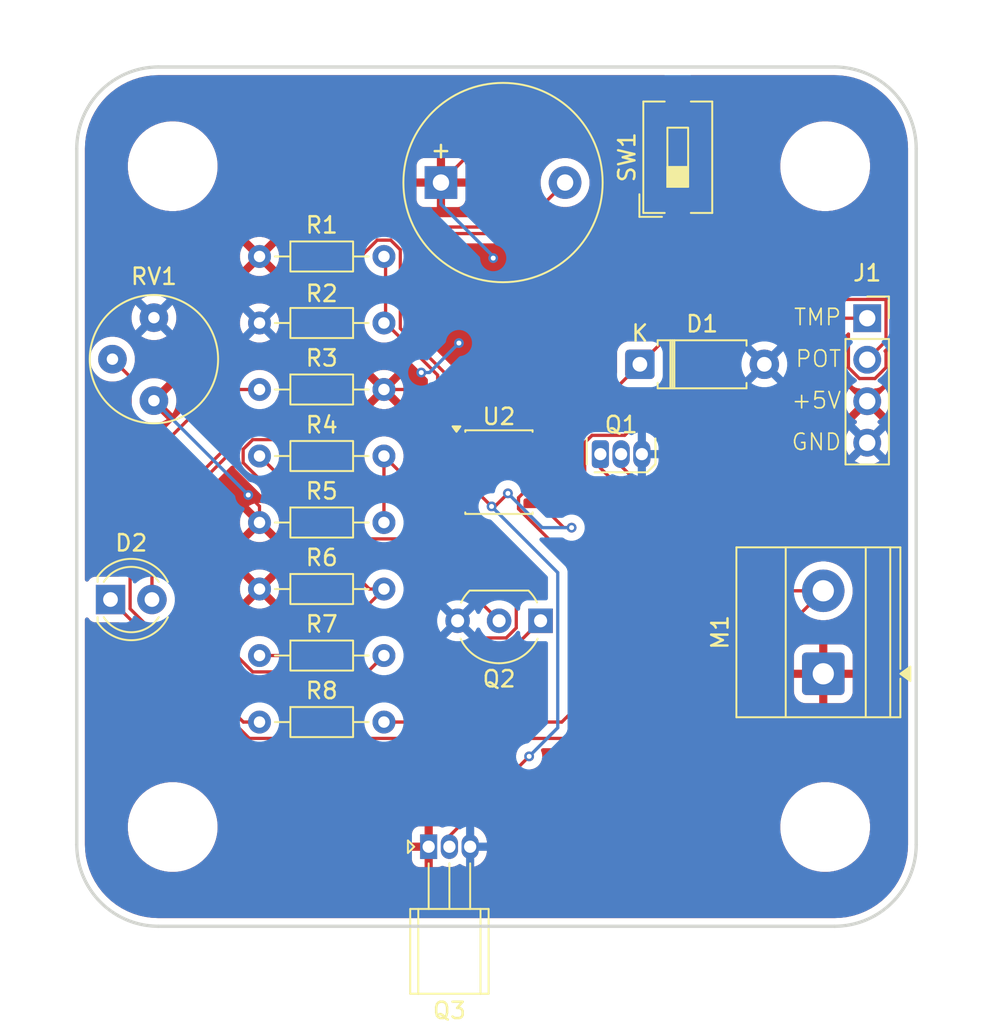
<source format=kicad_pcb>
(kicad_pcb (version 20241229) (generator "pcbnew") (generator_version "9.0")
  (layers (0 "F.Cu" signal) (2 "B.Cu" signal) (13 "F.Paste" user) (15 "B.Paste" user) (5 "F.SilkS" user "F.Silkscreen") (7 "B.SilkS" user "B.Silkscreen") (1 "F.Mask" user) (3 "B.Mask" user) (25 "Edge.Cuts" user))
  (net 0 "")
  (net 1 "1out")
  (net 2 "Net-(Q2-B)")
  (net 3 "+5V")
  (net 4 "GND")
  (net 5 "tmp36_out")
  (net 6 "Net-(Q1-G)")
  (net 7 "2out")
  (net 8 "pot_out")
  (net 9 "Net-(D2-K)")
  (net 10 "Net-(D2-A)")
  (net 12 "vdr")
  (net 13 "Net-(R8-Pad1)")
  (net 14 "Net-(BZ1--)")
  (footprint "MountingHole:MountingHole_5mm" (layer "F.Cu") (at 170.225 70.275)
    (property "Reference" "H4" (hide yes))
    (property "Value" "MountingHole" (hide yes))
    (pad "" np_thru_hole circle (at 0 0) (size 5 5) (drill 5) (layers "*.Cu" "*.Mask"))
  )
  (footprint "Connector_PinSocket_2.54mm:PinSocket_1x04_P2.54mm_Vertical" (layer "F.Cu") (at 172.8 79.58)
    (property "Reference" "J1" (at 0 -2.77 0) (layer "F.SilkS"))
    (property "Value" "Conn_01x04_Pin" (hide yes))
    (fp_line (start -1.33 1.27) (end -1.33 8.95) (stroke (width 0.12)) (layer "F.SilkS"))
    (fp_line (start -1.33 1.27) (end 1.33 1.27) (stroke (width 0.12)) (layer "F.SilkS"))
    (fp_line (start -1.33 8.95) (end 1.33 8.95) (stroke (width 0.12)) (layer "F.SilkS"))
    (fp_line (start 0 -1.33) (end 1.33 -1.33) (stroke (width 0.12)) (layer "F.SilkS"))
    (fp_line (start 1.33 -1.33) (end 1.33 0) (stroke (width 0.12)) (layer "F.SilkS"))
    (fp_line (start 1.33 1.27) (end 1.33 8.95) (stroke (width 0.12)) (layer "F.SilkS"))
    (pad "1" thru_hole rect (at 0 0) (size 1.7 1.7) (drill 1) (layers "*.Cu" "*.Mask") (net 5 "tmp36_out"))
    (pad "2" thru_hole circle (at 0 2.54) (size 1.7 1.7) (drill 1) (layers "*.Cu" "*.Mask") (net 8 "pot_out"))
    (pad "3" thru_hole circle (at 0 5.08) (size 1.7 1.7) (drill 1) (layers "*.Cu" "*.Mask") (net 3 "+5V"))
    (pad "4" thru_hole circle (at 0 7.62) (size 1.7 1.7) (drill 1) (layers "*.Cu" "*.Mask") (net 4 "GND"))
  )
  (footprint "Resistor_THT:R_Axial_DIN0204_L3.6mm_D1.6mm_P7.62mm_Horizontal" (layer "F.Cu") (at 135.59 104.3)
    (property "Reference" "R8" (at 3.81 -1.92 0) (layer "F.SilkS"))
    (property "Value" "R_US" (hide yes))
    (fp_line (start 0.94 0) (end 1.89 0) (stroke (width 0.12)) (layer "F.SilkS"))
    (fp_line (start 6.68 0) (end 5.73 0) (stroke (width 0.12)) (layer "F.SilkS"))
    (fp_rect (start 1.89 -0.92) (end 5.73 0.92) (stroke (width 0.12)) (fill no) (layer "F.SilkS"))
    (pad "1" thru_hole circle (at 0 0) (size 1.4 1.4) (drill 0.7) (layers "*.Cu" "*.Mask") (net 13 "Net-(R8-Pad1)"))
    (pad "2" thru_hole circle (at 7.62 0) (size 1.4 1.4) (drill 0.7) (layers "*.Cu" "*.Mask") (net 8 "pot_out"))
  )
  (footprint "TerminalBlock_Phoenix:TerminalBlock_Phoenix_MKDS-1,5-2-5.08_1x02_P5.08mm_Horizontal" (layer "F.Cu") (at 170.11 101.345 90)
    (property "Reference" "M1" (at 2.54 -6.32 90) (layer "F.SilkS"))
    (property "Value" "Motor_DC" (hide yes))
    (fp_line (start 7.74 -5.32) (end 7.74 4.72) (stroke (width 0.12)) (layer "F.SilkS"))
    (fp_line (start -2.66 -5.32) (end 7.74 -5.32) (stroke (width 0.12)) (layer "F.SilkS"))
    (fp_line (start -2.66 -2.3) (end 7.74 -2.3) (stroke (width 0.12)) (layer "F.SilkS"))
    (fp_line (start -2.66 2.6) (end 7.74 2.6) (stroke (width 0.12)) (layer "F.SilkS"))
    (fp_line (start -2.66 4.1) (end 7.74 4.1) (stroke (width 0.12)) (layer "F.SilkS"))
    (fp_line (start 7.74 4.72) (end 0.3 4.72) (stroke (width 0.12)) (layer "F.SilkS"))
    (fp_line (start -0.3 4.72) (end -2.66 4.72) (stroke (width 0.12)) (layer "F.SilkS"))
    (fp_line (start -2.66 4.72) (end -2.66 -5.32) (stroke (width 0.12)) (layer "F.SilkS"))
    (fp_poly (pts (xy 0 4.72) (xy 0.44 5.33) (xy -0.44 5.33)) (stroke (width 0.12)) (fill yes) (layer "F.SilkS"))
    (pad "1" thru_hole roundrect (at 0 0 90) (size 2.6 2.6) (drill 1.3) (layers "*.Cu" "*.Mask") (roundrect_rratio 0.096154) (net 3 "+5V"))
    (pad "2" thru_hole circle (at 5.08 0 90) (size 2.6 2.6) (drill 1.3) (layers "*.Cu" "*.Mask") (net 9 "Net-(D2-K)"))
  )
  (footprint "MountingHole:MountingHole_5mm" (layer "F.Cu") (at 130.275 110.725)
    (property "Reference" "H3" (hide yes))
    (property "Value" "MountingHole" (hide yes))
    (pad "" np_thru_hole circle (at 0 0) (size 5 5) (drill 5) (layers "*.Cu" "*.Mask"))
  )
  (footprint "Button_Switch_SMD:SW_DIP_SPSTx01_Slide_6.7x4.1mm_W6.73mm_P2.54mm_LowProfile_JPin" (layer "F.Cu") (at 161.2 69.725 90)
    (property "Reference" "SW1" (at 0 -3.11 90) (layer "F.SilkS"))
    (property "Value" "SW_SPDT")
    (fp_line (start -3.65 -2.35) (end -2.267 -2.35) (stroke (width 0.12)) (layer "F.SilkS"))
    (fp_line (start -3.65 -2.35) (end -3.65 -0.967) (stroke (width 0.12)) (layer "F.SilkS"))
    (fp_line (start 3.41 -2.11) (end 3.41 -0.8) (stroke (width 0.12)) (layer "F.SilkS"))
    (fp_line (start -3.41 -2.11) (end 3.41 -2.11) (stroke (width 0.12)) (layer "F.SilkS"))
    (fp_line (start -3.41 -2.11) (end -3.41 -0.8) (stroke (width 0.12)) (layer "F.SilkS"))
    (fp_line (start -0.603333 -0.635) (end -0.603333 0.635) (stroke (width 0.12)) (layer "F.SilkS"))
    (fp_line (start 3.41 0.8) (end 3.41 2.11) (stroke (width 0.12)) (layer "F.SilkS"))
    (fp_line (start -3.41 0.8) (end -3.41 2.11) (stroke (width 0.12)) (layer "F.SilkS"))
    (fp_line (start -3.41 2.11) (end 3.41 2.11) (stroke (width 0.12)) (layer "F.SilkS"))
    (fp_rect (start -1.81 -0.635) (end 1.81 0.635) (stroke (width 0.12)) (fill no) (layer "F.SilkS"))
    (fp_rect (start -1.81 -0.635) (end -0.603333 0.635) (stroke (width 0.12)) (fill yes) (layer "F.SilkS"))
    (pad "1" smd roundrect (at -3.365 0 90) (size 2.16 1.12) (layers "F.Cu" "F.Mask" "F.Paste") (roundrect_rratio 0.223214))
    (pad "2" smd roundrect (at 3.365 0 90) (size 2.16 1.12) (layers "F.Cu" "F.Mask" "F.Paste") (roundrect_rratio 0.223214) (net 3 "+5V"))
  )
  (footprint "MountingHole:MountingHole_5mm" (layer "F.Cu") (at 170.225 110.725)
    (property "Reference" "H2" (hide yes))
    (property "Value" "MountingHole" (hide yes))
    (pad "" np_thru_hole circle (at 0 0) (size 5 5) (drill 5) (layers "*.Cu" "*.Mask"))
  )
  (footprint "Diode_THT:D_A-405_P7.62mm_Horizontal" (layer "F.Cu") (at 158.88 82.4)
    (property "Reference" "D1" (at 3.81 -2.47 0) (layer "F.SilkS"))
    (property "Value" "D_Zener")
    (fp_line (start 1.09 -1.47) (end 6.53 -1.47) (stroke (width 0.12)) (layer "F.SilkS"))
    (fp_line (start 1.09 -1.14) (end 1.09 -1.47) (stroke (width 0.12)) (layer "F.SilkS"))
    (fp_line (start 1.09 1.14) (end 1.09 1.47) (stroke (width 0.12)) (layer "F.SilkS"))
    (fp_line (start 1.09 1.47) (end 6.53 1.47) (stroke (width 0.12)) (layer "F.SilkS"))
    (fp_line (start 1.87 -1.47) (end 1.87 1.47) (stroke (width 0.12)) (layer "F.SilkS"))
    (fp_line (start 1.99 -1.47) (end 1.99 1.47) (stroke (width 0.12)) (layer "F.SilkS"))
    (fp_line (start 2.11 -1.47) (end 2.11 1.47) (stroke (width 0.12)) (layer "F.SilkS"))
    (fp_line (start 6.53 -1.47) (end 6.53 -1.14) (stroke (width 0.12)) (layer "F.SilkS"))
    (fp_line (start 6.53 1.47) (end 6.53 1.14) (stroke (width 0.12)) (layer "F.SilkS"))
    (fp_text user "K" (at 0 -1.9 0) (layer "F.SilkS"))
    (pad "1" thru_hole roundrect (at 0 0) (size 1.8 1.8) (drill 0.9) (layers "*.Cu" "*.Mask") (roundrect_rratio 0.138889) (net 8 "pot_out"))
    (pad "2" thru_hole circle (at 7.62 0) (size 1.8 1.8) (drill 0.9) (layers "*.Cu" "*.Mask") (net 4 "GND"))
  )
  (footprint "Resistor_THT:R_Axial_DIN0204_L3.6mm_D1.6mm_P7.62mm_Horizontal" (layer "F.Cu") (at 135.59 100.228571)
    (property "Reference" "R7" (at 3.81 -1.92 0) (layer "F.SilkS"))
    (property "Value" "10k" (hide yes))
    (fp_line (start 0.94 0) (end 1.89 0) (stroke (width 0.12)) (layer "F.SilkS"))
    (fp_line (start 6.68 0) (end 5.73 0) (stroke (width 0.12)) (layer "F.SilkS"))
    (fp_rect (start 1.89 -0.92) (end 5.73 0.92) (stroke (width 0.12)) (fill no) (layer "F.SilkS"))
    (pad "1" thru_hole circle (at 0 0) (size 1.4 1.4) (drill 0.7) (layers "*.Cu" "*.Mask") (net 7 "2out"))
    (pad "2" thru_hole circle (at 7.62 0) (size 1.4 1.4) (drill 0.7) (layers "*.Cu" "*.Mask") (net 6 "Net-(Q1-G)"))
  )
  (footprint "Resistor_THT:R_Axial_DIN0204_L3.6mm_D1.6mm_P7.62mm_Horizontal" (layer "F.Cu") (at 135.59 75.8)
    (property "Reference" "R1" (at 3.81 -1.92 0) (layer "F.SilkS"))
    (property "Value" "R_US" (hide yes))
    (fp_line (start 0.94 0) (end 1.89 0) (stroke (width 0.12)) (layer "F.SilkS"))
    (fp_line (start 6.68 0) (end 5.73 0) (stroke (width 0.12)) (layer "F.SilkS"))
    (fp_rect (start 1.89 -0.92) (end 5.73 0.92) (stroke (width 0.12)) (fill no) (layer "F.SilkS"))
    (pad "1" thru_hole circle (at 0 0) (size 1.4 1.4) (drill 0.7) (layers "*.Cu" "*.Mask") (net 3 "+5V"))
    (pad "2" thru_hole circle (at 7.62 0) (size 1.4 1.4) (drill 0.7) (layers "*.Cu" "*.Mask") (net 12 "vdr"))
  )
  (footprint "MountingHole:MountingHole_5mm" (layer "F.Cu") (at 130.275 70.275)
    (property "Reference" "H1" (hide yes))
    (property "Value" "MountingHole" (hide yes))
    (pad "" np_thru_hole circle (at 0 0) (size 5 5) (drill 5) (layers "*.Cu" "*.Mask"))
  )
  (footprint "Resistor_THT:R_Axial_DIN0204_L3.6mm_D1.6mm_P7.62mm_Horizontal" (layer "F.Cu") (at 143.21 88.014286 180)
    (property "Reference" "R4" (at 3.81 1.9 0) (layer "F.SilkS"))
    (property "Value" "1k" (hide yes))
    (fp_line (start 6.68 0) (end 5.73 0) (stroke (width 0.12)) (layer "F.SilkS"))
    (fp_line (start 0.94 0) (end 1.89 0) (stroke (width 0.12)) (layer "F.SilkS"))
    (fp_rect (start 1.89 -0.92) (end 5.73 0.92) (stroke (width 0.12)) (fill no) (layer "F.SilkS"))
    (pad "1" thru_hole circle (at 0 0 180) (size 1.4 1.4) (drill 0.7) (layers "*.Cu" "*.Mask") (net 1 "1out"))
    (pad "2" thru_hole circle (at 7.62 0 180) (size 1.4 1.4) (drill 0.7) (layers "*.Cu" "*.Mask") (net 2 "Net-(Q2-B)"))
  )
  (footprint "LED_THT:LED_D4.0mm" (layer "F.Cu") (at 126.465 96.8)
    (property "Reference" "D2" (at 1.27 -3.46 0) (layer "F.SilkS"))
    (property "Value" "LED")
    (fp_line (start -0.79 -1.399) (end -0.79 -1.08) (stroke (width 0.12)) (layer "F.SilkS"))
    (fp_line (start -0.79 1.08) (end -0.79 1.399) (stroke (width 0.12)) (layer "F.SilkS"))
    (fp_arc (start -0.79 -1.398749) (mid 1.45392 -2.483198) (end 3.513591 -1.08) (stroke (width 0.12)) (layer "F.SilkS"))
    (fp_arc (start -0.41333 -1.08) (mid 1.27 -2) (end 2.95333 -1.08) (stroke (width 0.12)) (layer "F.SilkS"))
    (fp_arc (start 2.95333 1.08) (mid 1.27 2) (end -0.41333 1.08) (stroke (width 0.12)) (layer "F.SilkS"))
    (fp_arc (start 3.513591 1.08) (mid 1.45392 2.483198) (end -0.79 1.398749) (stroke (width 0.12)) (layer "F.SilkS"))
    (pad "1" thru_hole rect (at 0 0) (size 1.8 1.8) (drill 0.9) (layers "*.Cu" "*.Mask") (net 9 "Net-(D2-K)"))
    (pad "2" thru_hole circle (at 2.54 0) (size 1.8 1.8) (drill 0.9) (layers "*.Cu" "*.Mask") (net 10 "Net-(D2-A)"))
  )
  (footprint "Resistor_THT:R_Axial_DIN0204_L3.6mm_D1.6mm_P7.62mm_Horizontal" (layer "F.Cu") (at 135.59 83.942857)
    (property "Reference" "R3" (at 3.81 -1.92 0) (layer "F.SilkS"))
    (property "Value" "1k" (hide yes))
    (fp_line (start 0.94 0) (end 1.89 0) (stroke (width 0.12)) (layer "F.SilkS"))
    (fp_line (start 6.68 0) (end 5.73 0) (stroke (width 0.12)) (layer "F.SilkS"))
    (fp_rect (start 1.89 -0.92) (end 5.73 0.92) (stroke (width 0.12)) (fill no) (layer "F.SilkS"))
    (pad "1" thru_hole circle (at 0 0) (size 1.4 1.4) (drill 0.7) (layers "*.Cu" "*.Mask") (net 10 "Net-(D2-A)"))
    (pad "2" thru_hole circle (at 7.62 0) (size 1.4 1.4) (drill 0.7) (layers "*.Cu" "*.Mask") (net 3 "+5V"))
  )
  (footprint "Resistor_THT:R_Axial_DIN0204_L3.6mm_D1.6mm_P7.62mm_Horizontal" (layer "F.Cu") (at 135.59 96.157143)
    (property "Reference" "R6" (at 3.81 -1.92 0) (layer "F.SilkS"))
    (property "Value" "R_US" (hide yes))
    (fp_line (start 0.94 0) (end 1.89 0) (stroke (width 0.12)) (layer "F.SilkS"))
    (fp_line (start 6.68 0) (end 5.73 0) (stroke (width 0.12)) (layer "F.SilkS"))
    (fp_rect (start 1.89 -0.92) (end 5.73 0.92) (stroke (width 0.12)) (fill no) (layer "F.SilkS"))
    (pad "1" thru_hole circle (at 0 0) (size 1.4 1.4) (drill 0.7) (layers "*.Cu" "*.Mask") (net 3 "+5V"))
    (pad "2" thru_hole circle (at 7.62 0) (size 1.4 1.4) (drill 0.7) (layers "*.Cu" "*.Mask") (net 7 "2out"))
  )
  (footprint "Package_TO_SOT_THT:TO-92S" (layer "F.Cu") (at 156.46 87.9)
    (property "Reference" "Q1" (at 1.275 -1.8 0) (layer "F.SilkS"))
    (property "Value" "NMOS" (hide yes))
    (fp_line (start -0.835 -0.96) (end -0.835 0.63) (stroke (width 0.12)) (layer "F.SilkS"))
    (fp_line (start -0.35 1.11) (end 2.87 1.11) (stroke (width 0.12)) (layer "F.SilkS"))
    (fp_line (start 2.87 1.11) (end 3.375 0.60395) (stroke (width 0.12)) (layer "F.SilkS"))
    (fp_line (start 3.375 0.6) (end 3.375 -0.96) (stroke (width 0.12)) (layer "F.SilkS"))
    (pad "1" thru_hole roundrect (at 0 0 180) (size 1.05 1.7) (drill 0.75) (layers "*.Cu" "*.Mask") (roundrect_rratio 0.2380952381) (net 9 "Net-(D2-K)"))
    (pad "2" thru_hole oval (at 1.27 0 180) (size 1.05 1.7) (drill 0.75) (layers "*.Cu" "*.Mask") (net 6 "Net-(Q1-G)"))
    (pad "3" thru_hole oval (at 2.54 0 180) (size 1.05 1.7) (drill 0.75) (layers "*.Cu" "*.Mask") (net 4 "GND"))
  )
  (footprint "Resistor_THT:R_Axial_DIN0204_L3.6mm_D1.6mm_P7.62mm_Horizontal" (layer "F.Cu") (at 135.59 92.085714)
    (property "Reference" "R5" (at 3.81 -1.92 0) (layer "F.SilkS"))
    (property "Value" "R_US" (hide yes))
    (fp_line (start 0.94 0) (end 1.89 0) (stroke (width 0.12)) (layer "F.SilkS"))
    (fp_line (start 6.68 0) (end 5.73 0) (stroke (width 0.12)) (layer "F.SilkS"))
    (fp_rect (start 1.89 -0.92) (end 5.73 0.92) (stroke (width 0.12)) (fill no) (layer "F.SilkS"))
    (pad "1" thru_hole circle (at 0 0) (size 1.4 1.4) (drill 0.7) (layers "*.Cu" "*.Mask") (net 3 "+5V"))
    (pad "2" thru_hole circle (at 7.62 0) (size 1.4 1.4) (drill 0.7) (layers "*.Cu" "*.Mask") (net 1 "1out"))
  )
  (footprint "Package_TO_SOT_THT:TO-92_Inline_Wide" (layer "F.Cu") (at 152.8 98.1 180)
    (property "Reference" "Q2" (at 2.54 -3.56 0) (layer "F.SilkS"))
    (property "Value" "NPN")
    (fp_line (start 0.74 1.85) (end 4.34 1.85) (stroke (width 0.12)) (layer "F.SilkS"))
    (fp_arc (start 4.864184 1.122795) (mid 4.633903 1.509328) (end 4.34 1.85) (stroke (width 0.12)) (layer "F.SilkS"))
    (fp_arc (start 2.54 -2.6) (mid 3.936979 -2.192818) (end 4.8964 -1.098807) (stroke (width 0.12)) (layer "F.SilkS"))
    (fp_arc (start 0.74 1.85) (mid 0.446097 1.509328) (end 0.215816 1.122795) (stroke (width 0.12)) (layer "F.SilkS"))
    (fp_arc (start 0.1836 -1.098807) (mid 1.143021 -2.192817) (end 2.54 -2.6) (stroke (width 0.12)) (layer "F.SilkS"))
    (pad "1" thru_hole rect (at 0 0 180) (size 1.5 1.5) (drill 0.8) (layers "*.Cu" "*.Mask") (net 14 "Net-(BZ1--)"))
    (pad "2" thru_hole circle (at 2.54 0 180) (size 1.5 1.5) (drill 0.8) (layers "*.Cu" "*.Mask") (net 2 "Net-(Q2-B)"))
    (pad "3" thru_hole circle (at 5.08 0 180) (size 1.5 1.5) (drill 0.8) (layers "*.Cu" "*.Mask") (net 4 "GND"))
  )
  (footprint "Package_TO_SOT_THT:TO-92_Inline_W4.0mm_Horizontal_FlatSideDown" (layer "F.Cu") (at 145.9475 111.93)
    (property "Reference" "Q3" (at 1.27 10.033 0) (layer "F.SilkS"))
    (property "Value" "NPN")
    (fp_line (start -1.27 -0.381) (end -1.27 0.381) (stroke (width 0.12)) (layer "F.SilkS"))
    (fp_line (start -1.27 0.381) (end -0.889 0) (stroke (width 0.12)) (layer "F.SilkS"))
    (fp_line (start -1.13 3.81) (end 3.67 3.81) (stroke (width 0.12)) (layer "F.SilkS"))
    (fp_line (start -1.13 9) (end -1.13 3.81) (stroke (width 0.12)) (layer "F.SilkS"))
    (fp_line (start -0.889 0) (end -1.27 -0.381) (stroke (width 0.12)) (layer "F.SilkS"))
    (fp_line (start -0.635 3.81) (end -0.635 9.017) (stroke (width 0.12)) (layer "F.SilkS"))
    (fp_line (start 0 1.02) (end 0 3.81) (stroke (width 0.12)) (layer "F.SilkS"))
    (fp_line (start 1.27 1.02) (end 1.27 3.81) (stroke (width 0.12)) (layer "F.SilkS"))
    (fp_line (start 2.54 1.02) (end 2.54 3.81) (stroke (width 0.12)) (layer "F.SilkS"))
    (fp_line (start 3.175 3.81) (end 3.175 9.017) (stroke (width 0.12)) (layer "F.SilkS"))
    (fp_line (start 3.67 3.81) (end 3.67 9) (stroke (width 0.12)) (layer "F.SilkS"))
    (fp_line (start 3.67 9) (end -1.13 9) (stroke (width 0.12)) (layer "F.SilkS"))
    (pad "1" thru_hole rect (at 0 0) (size 1.05 1.5) (drill 0.75) (layers "*.Cu" "*.Mask") (net 3 "+5V"))
    (pad "2" thru_hole oval (at 1.27 0) (size 1.05 1.5) (drill 0.75) (layers "*.Cu" "*.Mask") (net 5 "tmp36_out"))
    (pad "3" thru_hole oval (at 2.54 0) (size 1.05 1.5) (drill 0.75) (layers "*.Cu" "*.Mask") (net 4 "GND"))
  )
  (footprint "Resistor_THT:R_Axial_DIN0204_L3.6mm_D1.6mm_P7.62mm_Horizontal" (layer "F.Cu") (at 143.21 79.871429 180)
    (property "Reference" "R2" (at 3.81 1.8 0) (layer "F.SilkS"))
    (property "Value" "R_US" (hide yes))
    (fp_line (start 6.68 0) (end 5.73 0) (stroke (width 0.12)) (layer "F.SilkS"))
    (fp_line (start 0.94 0) (end 1.89 0) (stroke (width 0.12)) (layer "F.SilkS"))
    (fp_rect (start 1.89 -0.92) (end 5.73 0.92) (stroke (width 0.12)) (fill no) (layer "F.SilkS"))
    (pad "1" thru_hole circle (at 0 0 180) (size 1.4 1.4) (drill 0.7) (layers "*.Cu" "*.Mask") (net 12 "vdr"))
    (pad "2" thru_hole circle (at 7.62 0 180) (size 1.4 1.4) (drill 0.7) (layers "*.Cu" "*.Mask") (net 4 "GND"))
  )
  (footprint "Buzzer_Beeper:MagneticBuzzer_StarMicronics_TMB" (layer "F.Cu") (at 146.7 71.275)
    (property "Reference" "BZ1" (hide yes))
    (property "Value" "Buzzer" (hide yes))
    (fp_circle (center 3.8 0) (end 9.9 0) (stroke (width 0.12)) (fill no) (layer "F.SilkS"))
    (fp_text user "+" (at 0 -2 0) (layer "F.SilkS"))
    (pad "1" thru_hole rect (at 0 0) (size 2 2) (drill 1) (layers "*.Cu" "*.Mask") (net 3 "+5V"))
    (pad "2" thru_hole circle (at 7.6 0) (size 2 2) (drill 1) (layers "*.Cu" "*.Mask") (net 14 "Net-(BZ1--)"))
  )
  (footprint "Potentiometer_THT:Potentiometer_Bourns_3339P_Vertical_HandSoldering" (layer "F.Cu") (at 129.125 84.625)
    (property "Reference" "RV1" (at 0 -7.6 0) (layer "F.SilkS"))
    (property "Value" "R_Potentiometer_US" (hide yes))
    (fp_circle (center 0 -2.54) (end 3.93 -2.54) (stroke (width 0.12)) (fill no) (layer "F.SilkS"))
    (pad "1" thru_hole circle (at 0 0) (size 1.75 1.75) (drill 0.7) (layers "*.Cu" "*.Mask") (net 3 "+5V"))
    (pad "2" thru_hole circle (at -2.54 -2.54) (size 1.75 1.75) (drill 0.7) (layers "*.Cu" "*.Mask") (net 13 "Net-(R8-Pad1)"))
    (pad "3" thru_hole circle (at 0 -5.08) (size 1.75 1.75) (drill 0.7) (layers "*.Cu" "*.Mask") (net 4 "GND"))
  )
  (footprint "Package_SO:SOIC-8_3.9x4.9mm_P1.27mm" (layer "F.Cu") (at 150.25 89)
    (property "Reference" "U2" (at 0 -3.4 0) (layer "F.SilkS"))
    (property "Value" "LM393")
    (fp_line (start -2.06 -2.56) (end 2.06 -2.56) (stroke (width 0.12)) (layer "F.SilkS"))
    (fp_line (start -2.06 -2.465) (end -2.06 -2.56) (stroke (width 0.12)) (layer "F.SilkS"))
    (fp_line (start -2.06 2.56) (end -2.06 2.465) (stroke (width 0.12)) (layer "F.SilkS"))
    (fp_line (start 2.06 -2.56) (end 2.06 -2.465) (stroke (width 0.12)) (layer "F.SilkS"))
    (fp_line (start 2.06 2.465) (end 2.06 2.56) (stroke (width 0.12)) (layer "F.SilkS"))
    (fp_line (start 2.06 2.56) (end -2.06 2.56) (stroke (width 0.12)) (layer "F.SilkS"))
    (fp_poly (pts (xy -2.6 -2.47) (xy -2.84 -2.8) (xy -2.36 -2.8)) (stroke (width 0.12)) (fill yes) (layer "F.SilkS"))
    (pad "1" smd roundrect (at -2.475 -1.905) (size 1.95 0.6) (layers "F.Cu" "F.Mask" "F.Paste") (net 1 "1out"))
    (pad "2" smd roundrect (at -2.475 -0.635) (size 1.95 0.6) (layers "F.Cu" "F.Mask" "F.Paste") (net 12 "vdr"))
    (pad "3" smd roundrect (at -2.475 0.635) (size 1.95 0.6) (layers "F.Cu" "F.Mask" "F.Paste") (net 5 "tmp36_out"))
    (pad "4" smd roundrect (at -2.475 1.905) (size 1.95 0.6) (layers "F.Cu" "F.Mask" "F.Paste") (net 4 "GND"))
    (pad "5" smd roundrect (at 2.475 1.905) (size 1.95 0.6) (layers "F.Cu" "F.Mask" "F.Paste") (net 5 "tmp36_out"))
    (pad "6" smd roundrect (at 2.475 0.635) (size 1.95 0.6) (layers "F.Cu" "F.Mask" "F.Paste") (net 8 "pot_out"))
    (pad "7" smd roundrect (at 2.475 -0.635) (size 1.95 0.6) (layers "F.Cu" "F.Mask" "F.Paste") (net 7 "2out"))
    (pad "8" smd roundrect (at 2.475 -1.905) (size 1.95 0.6) (layers "F.Cu" "F.Mask" "F.Paste") (net 3 "+5V"))
  )
  (gr_arc (start 124.4 69.2) (mid 125.864466 65.664466) (end 129.4 64.2) (stroke (width 0.2)) (layer "Edge.Cuts"))
  (gr_arc (start 170.8 64.2) (mid 174.335534 65.664466) (end 175.8 69.2) (stroke (width 0.2)) (layer "Edge.Cuts"))
  (gr_line (start 175.8 69.2) (end 175.8 111.8) (stroke (width 0.2)) (layer "Edge.Cuts"))
  (gr_line (start 170.8 116.8) (end 129.4 116.8) (stroke (width 0.2)) (layer "Edge.Cuts"))
  (gr_line (start 129.4 64.2) (end 170.8 64.2) (stroke (width 0.2)) (layer "Edge.Cuts"))
  (gr_arc (start 129.4 116.8) (mid 125.864466 115.335534) (end 124.4 111.8) (stroke (width 0.2)) (layer "Edge.Cuts"))
  (gr_line (start 124.4 111.8) (end 124.4 69.2) (stroke (width 0.2)) (layer "Edge.Cuts"))
  (gr_arc (start 175.8 111.8) (mid 174.335534 115.335534) (end 170.8 116.8) (stroke (width 0.2)) (layer "Edge.Cuts"))
  (gr_text "GND" (at 168.1 87.7395 0) (layer "F.SilkS") (effects (font (size 1 1) (thickness 0.1)) (justify left bottom)))
  (gr_text "POT" (at 168.338095 82.6465 0) (layer "F.SilkS") (effects (font (size 1 1) (thickness 0.1)) (justify left bottom)))
  (gr_text "TMP" (at 168.242857 80.1 0) (layer "F.SilkS") (effects (font (size 1 1) (thickness 0.1)) (justify left bottom)))
  (gr_text "+5V" (at 168.1 85.193 0) (layer "F.SilkS") (effects (font (size 1 1) (thickness 0.1)) (justify left bottom)))
  (segment (start 143.21 88.014286) (end 144.161714 88.966) (width 0.2) (layer "F.Cu") (net 1))
  (segment (start 149.051 88.705968) (end 149.051 87.396001) (width 0.2) (layer "F.Cu") (net 1))
  (segment (start 143.21 88.014286) (end 143.21 92.085714) (width 0.2) (layer "F.Cu") (net 1))
  (segment (start 148.790968 88.966) (end 149.051 88.705968) (width 0.2) (layer "F.Cu") (net 1))
  (segment (start 144.161714 88.966) (end 148.790968 88.966) (width 0.2) (layer "F.Cu") (net 1))
  (segment (start 148.749999 87.095) (end 147.775 87.095) (width 0.2) (layer "F.Cu") (net 1))
  (segment (start 149.051 87.396001) (end 148.749999 87.095) (width 0.2) (layer "F.Cu") (net 1))
  (segment (start 145.246714 93.086714) (end 150.26 98.1) (width 0.2) (layer "F.Cu") (net 2))
  (segment (start 140.662428 93.086714) (end 145.246714 93.086714) (width 0.2) (layer "F.Cu") (net 2))
  (segment (start 135.59 88.014286) (end 140.662428 93.086714) (width 0.2) (layer "F.Cu") (net 2))
  (segment (start 144.457143 83.942857) (end 145.495021 82.904979) (width 0.2) (layer "F.Cu") (net 3))
  (segment (start 151.615 66.36) (end 161.2 66.36) (width 0.2) (layer "F.Cu") (net 3))
  (segment (start 135.59 91.09) (end 134.9 90.4) (width 0.2) (layer "F.Cu") (net 3))
  (segment (start 147.8 81.1) (end 149.9 79) (width 0.2) (layer "F.Cu") (net 3))
  (segment (start 149.9 79) (end 149.9 75.9) (width 0.2) (layer "F.Cu") (net 3))
  (segment (start 147.8 81.1) (end 147.8 82.17) (width 0.2) (layer "F.Cu") (net 3))
  (segment (start 143.21 83.942857) (end 144.457143 83.942857) (width 0.2) (layer "F.Cu") (net 3))
  (segment (start 135.59 92.085714) (end 135.59 91.09) (width 0.2) (layer "F.Cu") (net 3))
  (segment (start 147.8 82.17) (end 152.725 87.095) (width 0.2) (layer "F.Cu") (net 3))
  (segment (start 146.7 71.275) (end 151.615 66.36) (width 0.2) (layer "F.Cu") (net 3))
  (via (at 147.8 81.1) (size 0.6) (drill 0.3) (layers "F.Cu" "B.Cu") (net 3))
  (via (at 145.495021 82.904979) (size 0.6) (drill 0.3) (layers "F.Cu" "B.Cu") (net 3))
  (via (at 149.9 75.9) (size 0.6) (drill 0.3) (layers "F.Cu" "B.Cu") (net 3))
  (via (at 134.9 90.4) (size 0.6) (drill 0.3) (layers "F.Cu" "B.Cu") (net 3))
  (segment (start 134.9 90.4) (end 129.125 84.625) (width 0.2) (layer "B.Cu") (net 3))
  (segment (start 145.495021 82.904979) (end 145.995021 82.904979) (width 0.2) (layer "B.Cu") (net 3))
  (segment (start 146.7 72.6) (end 146.7 71.275) (width 0.2) (layer "B.Cu") (net 3))
  (segment (start 149.9 75.8) (end 146.7 72.6) (width 0.2) (layer "B.Cu") (net 3))
  (segment (start 135.59 96.21) (end 135.59 96.157143) (width 0.2) (layer "B.Cu") (net 3))
  (segment (start 145.995021 82.904979) (end 147.8 81.1) (width 0.2) (layer "B.Cu") (net 3))
  (segment (start 149.9 75.9) (end 149.9 75.8) (width 0.2) (layer "B.Cu") (net 3))
  (segment (start 151.311 98.535339) (end 150.695339 99.151) (width 0.2) (layer "F.Cu") (net 4))
  (segment (start 148.771 99.151) (end 147.72 98.1) (width 0.2) (layer "F.Cu") (net 4))
  (segment (start 147.775 90.905) (end 151.311 94.441) (width 0.2) (layer "F.Cu") (net 4))
  (segment (start 150.695339 99.151) (end 148.771 99.151) (width 0.2) (layer "F.Cu") (net 4))
  (segment (start 151.311 94.441) (end 151.311 98.535339) (width 0.2) (layer "F.Cu") (net 4))
  (segment (start 155.94984 86.749) (end 155.5 87.19884) (width 0.2) (layer "F.Cu") (net 5))
  (segment (start 153.699999 90.905) (end 152.725 90.905) (width 0.2) (layer "F.Cu") (net 5))
  (segment (start 150 91.1) (end 150.8 90.3) (width 0.2) (layer "F.Cu") (net 5))
  (segment (start 149.8 91.1) (end 148.335 89.635) (width 0.2) (layer "F.Cu") (net 5))
  (segment (start 147.2175 111.93) (end 147.2175 111.2825) (width 0.2) (layer "F.Cu") (net 5))
  (segment (start 154.7 92.4) (end 154.22 92.4) (width 0.2) (layer "F.Cu") (net 5))
  (segment (start 155.5 87.19884) (end 155.5 89.104999) (width 0.2) (layer "F.Cu") (net 5))
  (segment (start 165.12 79.58) (end 157.951 86.749) (width 0.2) (layer "F.Cu") (net 5))
  (segment (start 149.8 91.1) (end 150 91.1) (width 0.2) (layer "F.Cu") (net 5))
  (segment (start 154.22 92.4) (end 152.725 90.905) (width 0.2) (layer "F.Cu") (net 5))
  (segment (start 148.335 89.635) (end 147.775 89.635) (width 0.2) (layer "F.Cu") (net 5))
  (segment (start 157.951 86.749) (end 155.94984 86.749) (width 0.2) (layer "F.Cu") (net 5))
  (segment (start 155.5 89.104999) (end 153.699999 90.905) (width 0.2) (layer "F.Cu") (net 5))
  (segment (start 147.2175 111.2825) (end 152.1 106.4) (width 0.2) (layer "F.Cu") (net 5))
  (segment (start 172.8 79.58) (end 165.12 79.58) (width 0.2) (layer "F.Cu") (net 5))
  (via (at 150.8 90.3) (size 0.6) (drill 0.3) (layers "F.Cu" "B.Cu") (net 5))
  (via (at 149.8 91.1) (size 0.6) (drill 0.3) (layers "F.Cu" "B.Cu") (net 5))
  (via (at 154.7 92.4) (size 0.6) (drill 0.3) (layers "F.Cu" "B.Cu") (net 5))
  (via (at 152.1 106.4) (size 0.6) (drill 0.3) (layers "F.Cu" "B.Cu") (net 5))
  (segment (start 150.8 90.3) (end 152.9 92.4) (width 0.2) (layer "B.Cu") (net 5))
  (segment (start 153.851 95.151) (end 149.8 91.1) (width 0.2) (layer "B.Cu") (net 5))
  (segment (start 153.851 104.649) (end 153.851 95.151) (width 0.2) (layer "B.Cu") (net 5))
  (segment (start 152.9 92.4) (end 154.7 92.4) (width 0.2) (layer "B.Cu") (net 5))
  (segment (start 152.1 106.4) (end 153.851 104.649) (width 0.2) (layer "B.Cu") (net 5))
  (segment (start 172.32324 83.271) (end 171.649 82.59676) (width 0.2) (layer "F.Cu") (net 6))
  (segment (start 174.352 78.2629) (end 174.352 81.1351) (width 0.2) (layer "F.Cu") (net 6))
  (segment (start 135.175372 101.229571) (end 132.4 98.454199) (width 0.2) (layer "F.Cu") (net 6))
  (segment (start 173.951 82.59676) (end 173.27676 83.271) (width 0.2) (layer "F.Cu") (net 6))
  (segment (start 142.629272 74.398) (end 159.0549 74.398) (width 0.2) (layer "F.Cu") (net 6))
  (segment (start 173.89743 81.58967) (end 173.951 81.64324) (width 0.2) (layer "F.Cu") (net 6))
  (segment (start 159.0549 74.398) (end 162.6849 78.028) (width 0.2) (layer "F.Cu") (net 6))
  (segment (start 139.987714 86.612286) (end 139.999 86.601) (width 0.2) (layer "F.Cu") (net 6))
  (segment (start 139.999 86.601) (end 139.999 77.028272) (width 0.2) (layer "F.Cu") (net 6))
  (segment (start 132.4 89.221558) (end 135.009272 86.612286) (width 0.2) (layer "F.Cu") (net 6))
  (segment (start 171.649 80.551) (end 164.2 88) (width 0.2) (layer "F.Cu") (net 6))
  (segment (start 157.73 88.63) (end 157.73 87.9) (width 0.2) (layer "F.Cu") (net 6))
  (segment (start 164.2 89.6) (end 158.7 89.6) (width 0.2) (layer "F.Cu") (net 6))
  (segment (start 132.4 98.454199) (end 132.4 89.221558) (width 0.2) (layer "F.Cu") (net 6))
  (segment (start 158.7 89.6) (end 157.73 88.63) (width 0.2) (layer "F.Cu") (net 6))
  (segment (start 171.649 82.59676) (end 171.649 80.551) (width 0.2) (layer "F.Cu") (net 6))
  (segment (start 142.209 101.229571) (end 135.175372 101.229571) (width 0.2) (layer "F.Cu") (net 6))
  (segment (start 173.27676 83.271) (end 172.32324 83.271) (width 0.2) (layer "F.Cu") (net 6))
  (segment (start 174.352 81.1351) (end 173.89743 81.58967) (width 0.2) (layer "F.Cu") (net 6))
  (segment (start 135.009272 86.612286) (end 139.987714 86.612286) (width 0.2) (layer "F.Cu") (net 6))
  (segment (start 164.2 88) (end 164.2 89.6) (width 0.2) (layer "F.Cu") (net 6))
  (segment (start 162.6849 78.028) (end 174.1171 78.028) (width 0.2) (layer "F.Cu") (net 6))
  (segment (start 173.951 81.64324) (end 173.951 82.59676) (width 0.2) (layer "F.Cu") (net 6))
  (segment (start 174.1171 78.028) (end 174.352 78.2629) (width 0.2) (layer "F.Cu") (net 6))
  (segment (start 139.999 77.028272) (end 142.629272 74.398) (width 0.2) (layer "F.Cu") (net 6))
  (segment (start 143.21 100.228571) (end 142.209 101.229571) (width 0.2) (layer "F.Cu") (net 6))
  (segment (start 134.589 88.428914) (end 142.317229 96.157143) (width 0.2) (layer "F.Cu") (net 7))
  (segment (start 140.4 87.013286) (end 135.175372 87.013286) (width 0.2) (layer "F.Cu") (net 7))
  (segment (start 143.624628 74.799) (end 142.795372 74.799) (width 0.2) (layer "F.Cu") (net 7))
  (segment (start 144.211 80.205329) (end 144.211 75.385372) (width 0.2) (layer "F.Cu") (net 7))
  (segment (start 139.138572 100.228571) (end 143.21 96.157143) (width 0.2) (layer "F.Cu") (net 7))
  (segment (start 135.175372 87.013286) (end 134.589 87.599658) (width 0.2) (layer "F.Cu") (net 7))
  (segment (start 134.589 87.599658) (end 134.589 88.428914) (width 0.2) (layer "F.Cu") (net 7))
  (segment (start 135.59 100.228571) (end 139.138572 100.228571) (width 0.2) (layer "F.Cu") (net 7))
  (segment (start 144.211 75.385372) (end 143.624628 74.799) (width 0.2) (layer "F.Cu") (net 7))
  (segment (start 140.4 77.194372) (end 140.4 87.013286) (width 0.2) (layer "F.Cu") (net 7))
  (segment (start 152.370671 88.365) (end 144.211 80.205329) (width 0.2) (layer "F.Cu") (net 7))
  (segment (start 142.317229 96.157143) (end 143.21 96.157143) (width 0.2) (layer "F.Cu") (net 7))
  (segment (start 152.725 88.365) (end 152.370671 88.365) (width 0.2) (layer "F.Cu") (net 7))
  (segment (start 142.795372 74.799) (end 140.4 77.194372) (width 0.2) (layer "F.Cu") (net 7))
  (segment (start 154.1 104.3) (end 155.8 102.6) (width 0.2) (layer "F.Cu") (net 8))
  (segment (start 151.449 90.564032) (end 152.378032 89.635) (width 0.2) (layer "F.Cu") (net 8))
  (segment (start 155.8 95.596968) (end 151.449 91.245968) (width 0.2) (layer "F.Cu") (net 8))
  (segment (start 153.699999 89.635) (end 152.725 89.635) (width 0.2) (layer "F.Cu") (net 8))
  (segment (start 173.951 78.429) (end 162.851 78.429) (width 0.2) (layer "F.Cu") (net 8))
  (segment (start 155.099 88.235999) (end 153.699999 89.635) (width 0.2) (layer "F.Cu") (net 8))
  (segment (start 155.099 86.181) (end 155.099 88.235999) (width 0.2) (layer "F.Cu") (net 8))
  (segment (start 152.378032 89.635) (end 152.725 89.635) (width 0.2) (layer "F.Cu") (net 8))
  (segment (start 173.951 80.969) (end 173.951 78.429) (width 0.2) (layer "F.Cu") (net 8))
  (segment (start 143.21 104.3) (end 154.1 104.3) (width 0.2) (layer "F.Cu") (net 8))
  (segment (start 172.8 82.12) (end 173.951 80.969) (width 0.2) (layer "F.Cu") (net 8))
  (segment (start 158.88 82.4) (end 155.099 86.181) (width 0.2) (layer "F.Cu") (net 8))
  (segment (start 162.851 78.429) (end 158.88 82.4) (width 0.2) (layer "F.Cu") (net 8))
  (segment (start 151.449 91.245968) (end 151.449 90.564032) (width 0.2) (layer "F.Cu") (net 8))
  (segment (start 155.8 102.6) (end 155.8 95.596968) (width 0.2) (layer "F.Cu") (net 8))
  (segment (start 156.46 88.75) (end 156.46 87.9) (width 0.2) (layer "F.Cu") (net 9))
  (segment (start 126.465 96.8) (end 134.966 105.301) (width 0.2) (layer "F.Cu") (net 9))
  (segment (start 134.966 105.301) (end 161.074 105.301) (width 0.2) (layer "F.Cu") (net 9))
  (segment (start 161.074 105.301) (end 170.11 96.265) (width 0.2) (layer "F.Cu") (net 9))
  (segment (start 170.11 96.265) (end 163.975 96.265) (width 0.2) (layer "F.Cu") (net 9))
  (segment (start 163.975 96.265) (end 156.46 88.75) (width 0.2) (layer "F.Cu") (net 9))
  (segment (start 135.59 83.942857) (end 133.057143 83.942857) (width 0.2) (layer "F.Cu") (net 10))
  (segment (start 129.005 87.995) (end 129.005 96.8) (width 0.2) (layer "F.Cu") (net 10))
  (segment (start 133.057143 83.942857) (end 129.005 87.995) (width 0.2) (layer "F.Cu") (net 10))
  (segment (start 143.31 79.871429) (end 146.499 83.060429) (width 0.2) (layer "F.Cu") (net 12))
  (segment (start 146.499 87.435968) (end 147.428032 88.365) (width 0.2) (layer "F.Cu") (net 12))
  (segment (start 147.428032 88.365) (end 147.775 88.365) (width 0.2) (layer "F.Cu") (net 12))
  (segment (start 143.31 75.8) (end 143.31 79.871429) (width 0.2) (layer "F.Cu") (net 12))
  (segment (start 146.499 83.060429) (end 146.499 87.435968) (width 0.2) (layer "F.Cu") (net 12))
  (segment (start 135.59 104.3) (end 134.600051 104.3) (width 0.2) (layer "F.Cu") (net 13))
  (segment (start 127.666 97.365949) (end 127.666 83.166) (width 0.2) (layer "F.Cu") (net 13))
  (segment (start 127.666 83.166) (end 126.585 82.085) (width 0.2) (layer "F.Cu") (net 13))
  (segment (start 134.600051 104.3) (end 127.666 97.365949) (width 0.2) (layer "F.Cu") (net 13))
  (segment (start 151.578 73.997) (end 142.463172 73.997) (width 0.2) (layer "F.Cu") (net 14))
  (segment (start 149.269429 101.630571) (end 152.8 98.1) (width 0.2) (layer "F.Cu") (net 14))
  (segment (start 154.3 71.275) (end 151.578 73.997) (width 0.2) (layer "F.Cu") (net 14))
  (segment (start 131.2 97.821299) (end 135.009272 101.630571) (width 0.2) (layer "F.Cu") (net 14))
  (segment (start 136.188714 86.211286) (end 134.843172 86.211286) (width 0.2) (layer "F.Cu") (net 14))
  (segment (start 135.009272 101.630571) (end 149.269429 101.630571) (width 0.2) (layer "F.Cu") (net 14))
  (segment (start 139.598 76.862172) (end 139.598 82.802) (width 0.2) (layer "F.Cu") (net 14))
  (segment (start 142.463172 73.997) (end 139.598 76.862172) (width 0.2) (layer "F.Cu") (net 14))
  (segment (start 131.2 89.854458) (end 131.2 97.821299) (width 0.2) (layer "F.Cu") (net 14))
  (segment (start 139.598 82.802) (end 136.188714 86.211286) (width 0.2) (layer "F.Cu") (net 14))
  (segment (start 134.843172 86.211286) (end 131.2 89.854458) (width 0.2) (layer "F.Cu") (net 14))
  (zone (net 3) (net_name "+5V") (layer "F.Cu") (connect_pads (clearance 0.5)) (min_thickness 0.25) (fill yes (thermal_gap 0.5) (thermal_bridge_width 0.5))
    (polygon (pts (xy 122.6 60.1) (xy 177.8 60.5) (xy 177.7 118.7) (xy 120.3 117.6) (xy 119.8 64.1) (xy 119.7 60.1)))
  )
  (zone (net 4) (net_name "GND") (layer "B.Cu") (priority 1) (connect_pads (clearance 0.5)) (min_thickness 0.25) (fill yes (thermal_gap 0.5) (thermal_bridge_width 0.5))
    (polygon (pts (xy 123.4 63.4) (xy 180 63.4) (xy 180.7 117.9) (xy 122.3 118.7) (xy 123.4 63.2)))
  )
)
</source>
